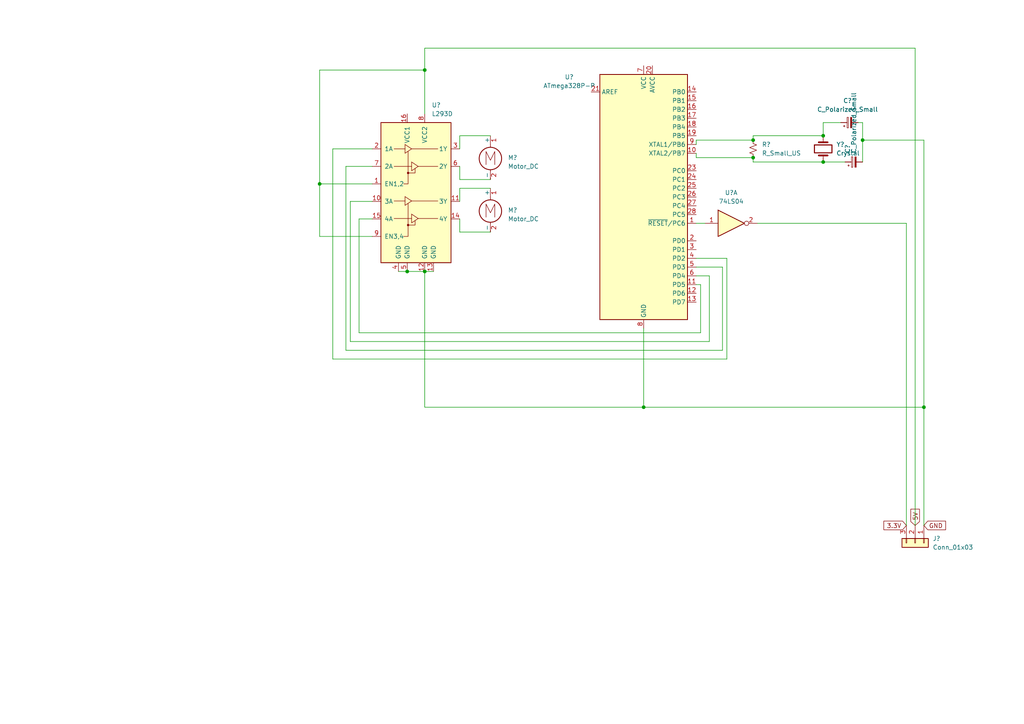
<source format=kicad_sch>
(kicad_sch (version 20211123) (generator eeschema)

  (uuid 1fdca1a9-b4d9-4210-8cf4-8d8d783a83ed)

  (paper "A4")

  (lib_symbols
    (symbol "74xx:74LS04" (in_bom yes) (on_board yes)
      (property "Reference" "U" (id 0) (at 0 1.27 0)
        (effects (font (size 1.27 1.27)))
      )
      (property "Value" "74LS04" (id 1) (at 0 -1.27 0)
        (effects (font (size 1.27 1.27)))
      )
      (property "Footprint" "" (id 2) (at 0 0 0)
        (effects (font (size 1.27 1.27)) hide)
      )
      (property "Datasheet" "http://www.ti.com/lit/gpn/sn74LS04" (id 3) (at 0 0 0)
        (effects (font (size 1.27 1.27)) hide)
      )
      (property "ki_locked" "" (id 4) (at 0 0 0)
        (effects (font (size 1.27 1.27)))
      )
      (property "ki_keywords" "TTL not inv" (id 5) (at 0 0 0)
        (effects (font (size 1.27 1.27)) hide)
      )
      (property "ki_description" "Hex Inverter" (id 6) (at 0 0 0)
        (effects (font (size 1.27 1.27)) hide)
      )
      (property "ki_fp_filters" "DIP*W7.62mm* SSOP?14* TSSOP?14*" (id 7) (at 0 0 0)
        (effects (font (size 1.27 1.27)) hide)
      )
      (symbol "74LS04_1_0"
        (polyline
          (pts
            (xy -3.81 3.81)
            (xy -3.81 -3.81)
            (xy 3.81 0)
            (xy -3.81 3.81)
          )
          (stroke (width 0.254) (type default) (color 0 0 0 0))
          (fill (type background))
        )
        (pin input line (at -7.62 0 0) (length 3.81)
          (name "~" (effects (font (size 1.27 1.27))))
          (number "1" (effects (font (size 1.27 1.27))))
        )
        (pin output inverted (at 7.62 0 180) (length 3.81)
          (name "~" (effects (font (size 1.27 1.27))))
          (number "2" (effects (font (size 1.27 1.27))))
        )
      )
      (symbol "74LS04_2_0"
        (polyline
          (pts
            (xy -3.81 3.81)
            (xy -3.81 -3.81)
            (xy 3.81 0)
            (xy -3.81 3.81)
          )
          (stroke (width 0.254) (type default) (color 0 0 0 0))
          (fill (type background))
        )
        (pin input line (at -7.62 0 0) (length 3.81)
          (name "~" (effects (font (size 1.27 1.27))))
          (number "3" (effects (font (size 1.27 1.27))))
        )
        (pin output inverted (at 7.62 0 180) (length 3.81)
          (name "~" (effects (font (size 1.27 1.27))))
          (number "4" (effects (font (size 1.27 1.27))))
        )
      )
      (symbol "74LS04_3_0"
        (polyline
          (pts
            (xy -3.81 3.81)
            (xy -3.81 -3.81)
            (xy 3.81 0)
            (xy -3.81 3.81)
          )
          (stroke (width 0.254) (type default) (color 0 0 0 0))
          (fill (type background))
        )
        (pin input line (at -7.62 0 0) (length 3.81)
          (name "~" (effects (font (size 1.27 1.27))))
          (number "5" (effects (font (size 1.27 1.27))))
        )
        (pin output inverted (at 7.62 0 180) (length 3.81)
          (name "~" (effects (font (size 1.27 1.27))))
          (number "6" (effects (font (size 1.27 1.27))))
        )
      )
      (symbol "74LS04_4_0"
        (polyline
          (pts
            (xy -3.81 3.81)
            (xy -3.81 -3.81)
            (xy 3.81 0)
            (xy -3.81 3.81)
          )
          (stroke (width 0.254) (type default) (color 0 0 0 0))
          (fill (type background))
        )
        (pin output inverted (at 7.62 0 180) (length 3.81)
          (name "~" (effects (font (size 1.27 1.27))))
          (number "8" (effects (font (size 1.27 1.27))))
        )
        (pin input line (at -7.62 0 0) (length 3.81)
          (name "~" (effects (font (size 1.27 1.27))))
          (number "9" (effects (font (size 1.27 1.27))))
        )
      )
      (symbol "74LS04_5_0"
        (polyline
          (pts
            (xy -3.81 3.81)
            (xy -3.81 -3.81)
            (xy 3.81 0)
            (xy -3.81 3.81)
          )
          (stroke (width 0.254) (type default) (color 0 0 0 0))
          (fill (type background))
        )
        (pin output inverted (at 7.62 0 180) (length 3.81)
          (name "~" (effects (font (size 1.27 1.27))))
          (number "10" (effects (font (size 1.27 1.27))))
        )
        (pin input line (at -7.62 0 0) (length 3.81)
          (name "~" (effects (font (size 1.27 1.27))))
          (number "11" (effects (font (size 1.27 1.27))))
        )
      )
      (symbol "74LS04_6_0"
        (polyline
          (pts
            (xy -3.81 3.81)
            (xy -3.81 -3.81)
            (xy 3.81 0)
            (xy -3.81 3.81)
          )
          (stroke (width 0.254) (type default) (color 0 0 0 0))
          (fill (type background))
        )
        (pin output inverted (at 7.62 0 180) (length 3.81)
          (name "~" (effects (font (size 1.27 1.27))))
          (number "12" (effects (font (size 1.27 1.27))))
        )
        (pin input line (at -7.62 0 0) (length 3.81)
          (name "~" (effects (font (size 1.27 1.27))))
          (number "13" (effects (font (size 1.27 1.27))))
        )
      )
      (symbol "74LS04_7_0"
        (pin power_in line (at 0 12.7 270) (length 5.08)
          (name "VCC" (effects (font (size 1.27 1.27))))
          (number "14" (effects (font (size 1.27 1.27))))
        )
        (pin power_in line (at 0 -12.7 90) (length 5.08)
          (name "GND" (effects (font (size 1.27 1.27))))
          (number "7" (effects (font (size 1.27 1.27))))
        )
      )
      (symbol "74LS04_7_1"
        (rectangle (start -5.08 7.62) (end 5.08 -7.62)
          (stroke (width 0.254) (type default) (color 0 0 0 0))
          (fill (type background))
        )
      )
    )
    (symbol "Connector_Generic:Conn_01x03" (pin_names (offset 1.016) hide) (in_bom yes) (on_board yes)
      (property "Reference" "J" (id 0) (at 0 5.08 0)
        (effects (font (size 1.27 1.27)))
      )
      (property "Value" "Conn_01x03" (id 1) (at 0 -5.08 0)
        (effects (font (size 1.27 1.27)))
      )
      (property "Footprint" "" (id 2) (at 0 0 0)
        (effects (font (size 1.27 1.27)) hide)
      )
      (property "Datasheet" "~" (id 3) (at 0 0 0)
        (effects (font (size 1.27 1.27)) hide)
      )
      (property "ki_keywords" "connector" (id 4) (at 0 0 0)
        (effects (font (size 1.27 1.27)) hide)
      )
      (property "ki_description" "Generic connector, single row, 01x03, script generated (kicad-library-utils/schlib/autogen/connector/)" (id 5) (at 0 0 0)
        (effects (font (size 1.27 1.27)) hide)
      )
      (property "ki_fp_filters" "Connector*:*_1x??_*" (id 6) (at 0 0 0)
        (effects (font (size 1.27 1.27)) hide)
      )
      (symbol "Conn_01x03_1_1"
        (rectangle (start -1.27 -2.413) (end 0 -2.667)
          (stroke (width 0.1524) (type default) (color 0 0 0 0))
          (fill (type none))
        )
        (rectangle (start -1.27 0.127) (end 0 -0.127)
          (stroke (width 0.1524) (type default) (color 0 0 0 0))
          (fill (type none))
        )
        (rectangle (start -1.27 2.667) (end 0 2.413)
          (stroke (width 0.1524) (type default) (color 0 0 0 0))
          (fill (type none))
        )
        (rectangle (start -1.27 3.81) (end 1.27 -3.81)
          (stroke (width 0.254) (type default) (color 0 0 0 0))
          (fill (type background))
        )
        (pin passive line (at -5.08 2.54 0) (length 3.81)
          (name "Pin_1" (effects (font (size 1.27 1.27))))
          (number "1" (effects (font (size 1.27 1.27))))
        )
        (pin passive line (at -5.08 0 0) (length 3.81)
          (name "Pin_2" (effects (font (size 1.27 1.27))))
          (number "2" (effects (font (size 1.27 1.27))))
        )
        (pin passive line (at -5.08 -2.54 0) (length 3.81)
          (name "Pin_3" (effects (font (size 1.27 1.27))))
          (number "3" (effects (font (size 1.27 1.27))))
        )
      )
    )
    (symbol "Device:C_Polarized_Small" (pin_numbers hide) (pin_names (offset 0.254) hide) (in_bom yes) (on_board yes)
      (property "Reference" "C" (id 0) (at 0.254 1.778 0)
        (effects (font (size 1.27 1.27)) (justify left))
      )
      (property "Value" "C_Polarized_Small" (id 1) (at 0.254 -2.032 0)
        (effects (font (size 1.27 1.27)) (justify left))
      )
      (property "Footprint" "" (id 2) (at 0 0 0)
        (effects (font (size 1.27 1.27)) hide)
      )
      (property "Datasheet" "~" (id 3) (at 0 0 0)
        (effects (font (size 1.27 1.27)) hide)
      )
      (property "ki_keywords" "cap capacitor" (id 4) (at 0 0 0)
        (effects (font (size 1.27 1.27)) hide)
      )
      (property "ki_description" "Polarized capacitor, small symbol" (id 5) (at 0 0 0)
        (effects (font (size 1.27 1.27)) hide)
      )
      (property "ki_fp_filters" "CP_*" (id 6) (at 0 0 0)
        (effects (font (size 1.27 1.27)) hide)
      )
      (symbol "C_Polarized_Small_0_1"
        (rectangle (start -1.524 -0.3048) (end 1.524 -0.6858)
          (stroke (width 0) (type default) (color 0 0 0 0))
          (fill (type outline))
        )
        (rectangle (start -1.524 0.6858) (end 1.524 0.3048)
          (stroke (width 0) (type default) (color 0 0 0 0))
          (fill (type none))
        )
        (polyline
          (pts
            (xy -1.27 1.524)
            (xy -0.762 1.524)
          )
          (stroke (width 0) (type default) (color 0 0 0 0))
          (fill (type none))
        )
        (polyline
          (pts
            (xy -1.016 1.27)
            (xy -1.016 1.778)
          )
          (stroke (width 0) (type default) (color 0 0 0 0))
          (fill (type none))
        )
      )
      (symbol "C_Polarized_Small_1_1"
        (pin passive line (at 0 2.54 270) (length 1.8542)
          (name "~" (effects (font (size 1.27 1.27))))
          (number "1" (effects (font (size 1.27 1.27))))
        )
        (pin passive line (at 0 -2.54 90) (length 1.8542)
          (name "~" (effects (font (size 1.27 1.27))))
          (number "2" (effects (font (size 1.27 1.27))))
        )
      )
    )
    (symbol "Device:Crystal" (pin_numbers hide) (pin_names (offset 1.016) hide) (in_bom yes) (on_board yes)
      (property "Reference" "Y" (id 0) (at 0 3.81 0)
        (effects (font (size 1.27 1.27)))
      )
      (property "Value" "Crystal" (id 1) (at 0 -3.81 0)
        (effects (font (size 1.27 1.27)))
      )
      (property "Footprint" "" (id 2) (at 0 0 0)
        (effects (font (size 1.27 1.27)) hide)
      )
      (property "Datasheet" "~" (id 3) (at 0 0 0)
        (effects (font (size 1.27 1.27)) hide)
      )
      (property "ki_keywords" "quartz ceramic resonator oscillator" (id 4) (at 0 0 0)
        (effects (font (size 1.27 1.27)) hide)
      )
      (property "ki_description" "Two pin crystal" (id 5) (at 0 0 0)
        (effects (font (size 1.27 1.27)) hide)
      )
      (property "ki_fp_filters" "Crystal*" (id 6) (at 0 0 0)
        (effects (font (size 1.27 1.27)) hide)
      )
      (symbol "Crystal_0_1"
        (rectangle (start -1.143 2.54) (end 1.143 -2.54)
          (stroke (width 0.3048) (type default) (color 0 0 0 0))
          (fill (type none))
        )
        (polyline
          (pts
            (xy -2.54 0)
            (xy -1.905 0)
          )
          (stroke (width 0) (type default) (color 0 0 0 0))
          (fill (type none))
        )
        (polyline
          (pts
            (xy -1.905 -1.27)
            (xy -1.905 1.27)
          )
          (stroke (width 0.508) (type default) (color 0 0 0 0))
          (fill (type none))
        )
        (polyline
          (pts
            (xy 1.905 -1.27)
            (xy 1.905 1.27)
          )
          (stroke (width 0.508) (type default) (color 0 0 0 0))
          (fill (type none))
        )
        (polyline
          (pts
            (xy 2.54 0)
            (xy 1.905 0)
          )
          (stroke (width 0) (type default) (color 0 0 0 0))
          (fill (type none))
        )
      )
      (symbol "Crystal_1_1"
        (pin passive line (at -3.81 0 0) (length 1.27)
          (name "1" (effects (font (size 1.27 1.27))))
          (number "1" (effects (font (size 1.27 1.27))))
        )
        (pin passive line (at 3.81 0 180) (length 1.27)
          (name "2" (effects (font (size 1.27 1.27))))
          (number "2" (effects (font (size 1.27 1.27))))
        )
      )
    )
    (symbol "Device:R_Small_US" (pin_numbers hide) (pin_names (offset 0.254) hide) (in_bom yes) (on_board yes)
      (property "Reference" "R" (id 0) (at 0.762 0.508 0)
        (effects (font (size 1.27 1.27)) (justify left))
      )
      (property "Value" "R_Small_US" (id 1) (at 0.762 -1.016 0)
        (effects (font (size 1.27 1.27)) (justify left))
      )
      (property "Footprint" "" (id 2) (at 0 0 0)
        (effects (font (size 1.27 1.27)) hide)
      )
      (property "Datasheet" "~" (id 3) (at 0 0 0)
        (effects (font (size 1.27 1.27)) hide)
      )
      (property "ki_keywords" "r resistor" (id 4) (at 0 0 0)
        (effects (font (size 1.27 1.27)) hide)
      )
      (property "ki_description" "Resistor, small US symbol" (id 5) (at 0 0 0)
        (effects (font (size 1.27 1.27)) hide)
      )
      (property "ki_fp_filters" "R_*" (id 6) (at 0 0 0)
        (effects (font (size 1.27 1.27)) hide)
      )
      (symbol "R_Small_US_1_1"
        (polyline
          (pts
            (xy 0 0)
            (xy 1.016 -0.381)
            (xy 0 -0.762)
            (xy -1.016 -1.143)
            (xy 0 -1.524)
          )
          (stroke (width 0) (type default) (color 0 0 0 0))
          (fill (type none))
        )
        (polyline
          (pts
            (xy 0 1.524)
            (xy 1.016 1.143)
            (xy 0 0.762)
            (xy -1.016 0.381)
            (xy 0 0)
          )
          (stroke (width 0) (type default) (color 0 0 0 0))
          (fill (type none))
        )
        (pin passive line (at 0 2.54 270) (length 1.016)
          (name "~" (effects (font (size 1.27 1.27))))
          (number "1" (effects (font (size 1.27 1.27))))
        )
        (pin passive line (at 0 -2.54 90) (length 1.016)
          (name "~" (effects (font (size 1.27 1.27))))
          (number "2" (effects (font (size 1.27 1.27))))
        )
      )
    )
    (symbol "Driver_Motor:L293D" (pin_names (offset 1.016)) (in_bom yes) (on_board yes)
      (property "Reference" "U" (id 0) (at -5.08 26.035 0)
        (effects (font (size 1.27 1.27)) (justify right))
      )
      (property "Value" "L293D" (id 1) (at -5.08 24.13 0)
        (effects (font (size 1.27 1.27)) (justify right))
      )
      (property "Footprint" "Package_DIP:DIP-16_W7.62mm" (id 2) (at 6.35 -19.05 0)
        (effects (font (size 1.27 1.27)) (justify left) hide)
      )
      (property "Datasheet" "http://www.ti.com/lit/ds/symlink/l293.pdf" (id 3) (at -7.62 17.78 0)
        (effects (font (size 1.27 1.27)) hide)
      )
      (property "ki_keywords" "Half-H Driver Motor" (id 4) (at 0 0 0)
        (effects (font (size 1.27 1.27)) hide)
      )
      (property "ki_description" "Quadruple Half-H Drivers" (id 5) (at 0 0 0)
        (effects (font (size 1.27 1.27)) hide)
      )
      (property "ki_fp_filters" "DIP*W7.62mm*" (id 6) (at 0 0 0)
        (effects (font (size 1.27 1.27)) hide)
      )
      (symbol "L293D_0_1"
        (rectangle (start -10.16 22.86) (end 10.16 -17.78)
          (stroke (width 0.254) (type default) (color 0 0 0 0))
          (fill (type background))
        )
        (circle (center -2.286 -6.858) (radius 0.254)
          (stroke (width 0) (type default) (color 0 0 0 0))
          (fill (type outline))
        )
        (circle (center -2.286 8.255) (radius 0.254)
          (stroke (width 0) (type default) (color 0 0 0 0))
          (fill (type outline))
        )
        (polyline
          (pts
            (xy -6.35 -4.953)
            (xy -1.27 -4.953)
          )
          (stroke (width 0) (type default) (color 0 0 0 0))
          (fill (type none))
        )
        (polyline
          (pts
            (xy -6.35 0.127)
            (xy -3.175 0.127)
          )
          (stroke (width 0) (type default) (color 0 0 0 0))
          (fill (type none))
        )
        (polyline
          (pts
            (xy -6.35 10.16)
            (xy -1.27 10.16)
          )
          (stroke (width 0) (type default) (color 0 0 0 0))
          (fill (type none))
        )
        (polyline
          (pts
            (xy -6.35 15.24)
            (xy -3.175 15.24)
          )
          (stroke (width 0) (type default) (color 0 0 0 0))
          (fill (type none))
        )
        (polyline
          (pts
            (xy -1.27 0.127)
            (xy 6.35 0.127)
          )
          (stroke (width 0) (type default) (color 0 0 0 0))
          (fill (type none))
        )
        (polyline
          (pts
            (xy -1.27 15.24)
            (xy 6.35 15.24)
          )
          (stroke (width 0) (type default) (color 0 0 0 0))
          (fill (type none))
        )
        (polyline
          (pts
            (xy 0.635 -4.953)
            (xy 6.35 -4.953)
          )
          (stroke (width 0) (type default) (color 0 0 0 0))
          (fill (type none))
        )
        (polyline
          (pts
            (xy 0.635 10.16)
            (xy 6.35 10.16)
          )
          (stroke (width 0) (type default) (color 0 0 0 0))
          (fill (type none))
        )
        (polyline
          (pts
            (xy -2.286 -6.858)
            (xy -0.254 -6.858)
            (xy -0.254 -5.588)
          )
          (stroke (width 0) (type default) (color 0 0 0 0))
          (fill (type none))
        )
        (polyline
          (pts
            (xy -2.286 -0.635)
            (xy -2.286 -10.16)
            (xy -3.556 -10.16)
          )
          (stroke (width 0) (type default) (color 0 0 0 0))
          (fill (type none))
        )
        (polyline
          (pts
            (xy -2.286 8.255)
            (xy -0.254 8.255)
            (xy -0.254 9.525)
          )
          (stroke (width 0) (type default) (color 0 0 0 0))
          (fill (type none))
        )
        (polyline
          (pts
            (xy -2.286 14.478)
            (xy -2.286 5.08)
            (xy -3.556 5.08)
          )
          (stroke (width 0) (type default) (color 0 0 0 0))
          (fill (type none))
        )
        (polyline
          (pts
            (xy -3.175 1.397)
            (xy -3.175 -1.143)
            (xy -1.27 0.127)
            (xy -3.175 1.397)
          )
          (stroke (width 0) (type default) (color 0 0 0 0))
          (fill (type none))
        )
        (polyline
          (pts
            (xy -3.175 16.51)
            (xy -3.175 13.97)
            (xy -1.27 15.24)
            (xy -3.175 16.51)
          )
          (stroke (width 0) (type default) (color 0 0 0 0))
          (fill (type none))
        )
        (polyline
          (pts
            (xy -1.27 -3.683)
            (xy -1.27 -6.223)
            (xy 0.635 -4.953)
            (xy -1.27 -3.683)
          )
          (stroke (width 0) (type default) (color 0 0 0 0))
          (fill (type none))
        )
        (polyline
          (pts
            (xy -1.27 11.43)
            (xy -1.27 8.89)
            (xy 0.635 10.16)
            (xy -1.27 11.43)
          )
          (stroke (width 0) (type default) (color 0 0 0 0))
          (fill (type none))
        )
      )
      (symbol "L293D_1_1"
        (pin input line (at -12.7 5.08 0) (length 2.54)
          (name "EN1,2" (effects (font (size 1.27 1.27))))
          (number "1" (effects (font (size 1.27 1.27))))
        )
        (pin input line (at -12.7 0 0) (length 2.54)
          (name "3A" (effects (font (size 1.27 1.27))))
          (number "10" (effects (font (size 1.27 1.27))))
        )
        (pin output line (at 12.7 0 180) (length 2.54)
          (name "3Y" (effects (font (size 1.27 1.27))))
          (number "11" (effects (font (size 1.27 1.27))))
        )
        (pin power_in line (at 2.54 -20.32 90) (length 2.54)
          (name "GND" (effects (font (size 1.27 1.27))))
          (number "12" (effects (font (size 1.27 1.27))))
        )
        (pin power_in line (at 5.08 -20.32 90) (length 2.54)
          (name "GND" (effects (font (size 1.27 1.27))))
          (number "13" (effects (font (size 1.27 1.27))))
        )
        (pin output line (at 12.7 -5.08 180) (length 2.54)
          (name "4Y" (effects (font (size 1.27 1.27))))
          (number "14" (effects (font (size 1.27 1.27))))
        )
        (pin input line (at -12.7 -5.08 0) (length 2.54)
          (name "4A" (effects (font (size 1.27 1.27))))
          (number "15" (effects (font (size 1.27 1.27))))
        )
        (pin power_in line (at -2.54 25.4 270) (length 2.54)
          (name "VCC1" (effects (font (size 1.27 1.27))))
          (number "16" (effects (font (size 1.27 1.27))))
        )
        (pin input line (at -12.7 15.24 0) (length 2.54)
          (name "1A" (effects (font (size 1.27 1.27))))
          (number "2" (effects (font (size 1.27 1.27))))
        )
        (pin output line (at 12.7 15.24 180) (length 2.54)
          (name "1Y" (effects (font (size 1.27 1.27))))
          (number "3" (effects (font (size 1.27 1.27))))
        )
        (pin power_in line (at -5.08 -20.32 90) (length 2.54)
          (name "GND" (effects (font (size 1.27 1.27))))
          (number "4" (effects (font (size 1.27 1.27))))
        )
        (pin power_in line (at -2.54 -20.32 90) (length 2.54)
          (name "GND" (effects (font (size 1.27 1.27))))
          (number "5" (effects (font (size 1.27 1.27))))
        )
        (pin output line (at 12.7 10.16 180) (length 2.54)
          (name "2Y" (effects (font (size 1.27 1.27))))
          (number "6" (effects (font (size 1.27 1.27))))
        )
        (pin input line (at -12.7 10.16 0) (length 2.54)
          (name "2A" (effects (font (size 1.27 1.27))))
          (number "7" (effects (font (size 1.27 1.27))))
        )
        (pin power_in line (at 2.54 25.4 270) (length 2.54)
          (name "VCC2" (effects (font (size 1.27 1.27))))
          (number "8" (effects (font (size 1.27 1.27))))
        )
        (pin input line (at -12.7 -10.16 0) (length 2.54)
          (name "EN3,4" (effects (font (size 1.27 1.27))))
          (number "9" (effects (font (size 1.27 1.27))))
        )
      )
    )
    (symbol "MCU_Microchip_ATmega:ATmega328P-P" (in_bom yes) (on_board yes)
      (property "Reference" "U" (id 0) (at -12.7 36.83 0)
        (effects (font (size 1.27 1.27)) (justify left bottom))
      )
      (property "Value" "ATmega328P-P" (id 1) (at 2.54 -36.83 0)
        (effects (font (size 1.27 1.27)) (justify left top))
      )
      (property "Footprint" "Package_DIP:DIP-28_W7.62mm" (id 2) (at 0 0 0)
        (effects (font (size 1.27 1.27) italic) hide)
      )
      (property "Datasheet" "http://ww1.microchip.com/downloads/en/DeviceDoc/ATmega328_P%20AVR%20MCU%20with%20picoPower%20Technology%20Data%20Sheet%2040001984A.pdf" (id 3) (at 0 0 0)
        (effects (font (size 1.27 1.27)) hide)
      )
      (property "ki_keywords" "AVR 8bit Microcontroller MegaAVR PicoPower" (id 4) (at 0 0 0)
        (effects (font (size 1.27 1.27)) hide)
      )
      (property "ki_description" "20MHz, 32kB Flash, 2kB SRAM, 1kB EEPROM, DIP-28" (id 5) (at 0 0 0)
        (effects (font (size 1.27 1.27)) hide)
      )
      (property "ki_fp_filters" "DIP*W7.62mm*" (id 6) (at 0 0 0)
        (effects (font (size 1.27 1.27)) hide)
      )
      (symbol "ATmega328P-P_0_1"
        (rectangle (start -12.7 -35.56) (end 12.7 35.56)
          (stroke (width 0.254) (type default) (color 0 0 0 0))
          (fill (type background))
        )
      )
      (symbol "ATmega328P-P_1_1"
        (pin bidirectional line (at 15.24 -7.62 180) (length 2.54)
          (name "~{RESET}/PC6" (effects (font (size 1.27 1.27))))
          (number "1" (effects (font (size 1.27 1.27))))
        )
        (pin bidirectional line (at 15.24 12.7 180) (length 2.54)
          (name "XTAL2/PB7" (effects (font (size 1.27 1.27))))
          (number "10" (effects (font (size 1.27 1.27))))
        )
        (pin bidirectional line (at 15.24 -25.4 180) (length 2.54)
          (name "PD5" (effects (font (size 1.27 1.27))))
          (number "11" (effects (font (size 1.27 1.27))))
        )
        (pin bidirectional line (at 15.24 -27.94 180) (length 2.54)
          (name "PD6" (effects (font (size 1.27 1.27))))
          (number "12" (effects (font (size 1.27 1.27))))
        )
        (pin bidirectional line (at 15.24 -30.48 180) (length 2.54)
          (name "PD7" (effects (font (size 1.27 1.27))))
          (number "13" (effects (font (size 1.27 1.27))))
        )
        (pin bidirectional line (at 15.24 30.48 180) (length 2.54)
          (name "PB0" (effects (font (size 1.27 1.27))))
          (number "14" (effects (font (size 1.27 1.27))))
        )
        (pin bidirectional line (at 15.24 27.94 180) (length 2.54)
          (name "PB1" (effects (font (size 1.27 1.27))))
          (number "15" (effects (font (size 1.27 1.27))))
        )
        (pin bidirectional line (at 15.24 25.4 180) (length 2.54)
          (name "PB2" (effects (font (size 1.27 1.27))))
          (number "16" (effects (font (size 1.27 1.27))))
        )
        (pin bidirectional line (at 15.24 22.86 180) (length 2.54)
          (name "PB3" (effects (font (size 1.27 1.27))))
          (number "17" (effects (font (size 1.27 1.27))))
        )
        (pin bidirectional line (at 15.24 20.32 180) (length 2.54)
          (name "PB4" (effects (font (size 1.27 1.27))))
          (number "18" (effects (font (size 1.27 1.27))))
        )
        (pin bidirectional line (at 15.24 17.78 180) (length 2.54)
          (name "PB5" (effects (font (size 1.27 1.27))))
          (number "19" (effects (font (size 1.27 1.27))))
        )
        (pin bidirectional line (at 15.24 -12.7 180) (length 2.54)
          (name "PD0" (effects (font (size 1.27 1.27))))
          (number "2" (effects (font (size 1.27 1.27))))
        )
        (pin power_in line (at 2.54 38.1 270) (length 2.54)
          (name "AVCC" (effects (font (size 1.27 1.27))))
          (number "20" (effects (font (size 1.27 1.27))))
        )
        (pin passive line (at -15.24 30.48 0) (length 2.54)
          (name "AREF" (effects (font (size 1.27 1.27))))
          (number "21" (effects (font (size 1.27 1.27))))
        )
        (pin passive line (at 0 -38.1 90) (length 2.54) hide
          (name "GND" (effects (font (size 1.27 1.27))))
          (number "22" (effects (font (size 1.27 1.27))))
        )
        (pin bidirectional line (at 15.24 7.62 180) (length 2.54)
          (name "PC0" (effects (font (size 1.27 1.27))))
          (number "23" (effects (font (size 1.27 1.27))))
        )
        (pin bidirectional line (at 15.24 5.08 180) (length 2.54)
          (name "PC1" (effects (font (size 1.27 1.27))))
          (number "24" (effects (font (size 1.27 1.27))))
        )
        (pin bidirectional line (at 15.24 2.54 180) (length 2.54)
          (name "PC2" (effects (font (size 1.27 1.27))))
          (number "25" (effects (font (size 1.27 1.27))))
        )
        (pin bidirectional line (at 15.24 0 180) (length 2.54)
          (name "PC3" (effects (font (size 1.27 1.27))))
          (number "26" (effects (font (size 1.27 1.27))))
        )
        (pin bidirectional line (at 15.24 -2.54 180) (length 2.54)
          (name "PC4" (effects (font (size 1.27 1.27))))
          (number "27" (effects (font (size 1.27 1.27))))
        )
        (pin bidirectional line (at 15.24 -5.08 180) (length 2.54)
          (name "PC5" (effects (font (size 1.27 1.27))))
          (number "28" (effects (font (size 1.27 1.27))))
        )
        (pin bidirectional line (at 15.24 -15.24 180) (length 2.54)
          (name "PD1" (effects (font (size 1.27 1.27))))
          (number "3" (effects (font (size 1.27 1.27))))
        )
        (pin bidirectional line (at 15.24 -17.78 180) (length 2.54)
          (name "PD2" (effects (font (size 1.27 1.27))))
          (number "4" (effects (font (size 1.27 1.27))))
        )
        (pin bidirectional line (at 15.24 -20.32 180) (length 2.54)
          (name "PD3" (effects (font (size 1.27 1.27))))
          (number "5" (effects (font (size 1.27 1.27))))
        )
        (pin bidirectional line (at 15.24 -22.86 180) (length 2.54)
          (name "PD4" (effects (font (size 1.27 1.27))))
          (number "6" (effects (font (size 1.27 1.27))))
        )
        (pin power_in line (at 0 38.1 270) (length 2.54)
          (name "VCC" (effects (font (size 1.27 1.27))))
          (number "7" (effects (font (size 1.27 1.27))))
        )
        (pin power_in line (at 0 -38.1 90) (length 2.54)
          (name "GND" (effects (font (size 1.27 1.27))))
          (number "8" (effects (font (size 1.27 1.27))))
        )
        (pin bidirectional line (at 15.24 15.24 180) (length 2.54)
          (name "XTAL1/PB6" (effects (font (size 1.27 1.27))))
          (number "9" (effects (font (size 1.27 1.27))))
        )
      )
    )
    (symbol "Motor:Motor_DC" (pin_names (offset 0)) (in_bom yes) (on_board yes)
      (property "Reference" "M" (id 0) (at 2.54 2.54 0)
        (effects (font (size 1.27 1.27)) (justify left))
      )
      (property "Value" "Motor_DC" (id 1) (at 2.54 -5.08 0)
        (effects (font (size 1.27 1.27)) (justify left top))
      )
      (property "Footprint" "" (id 2) (at 0 -2.286 0)
        (effects (font (size 1.27 1.27)) hide)
      )
      (property "Datasheet" "~" (id 3) (at 0 -2.286 0)
        (effects (font (size 1.27 1.27)) hide)
      )
      (property "ki_keywords" "DC Motor" (id 4) (at 0 0 0)
        (effects (font (size 1.27 1.27)) hide)
      )
      (property "ki_description" "DC Motor" (id 5) (at 0 0 0)
        (effects (font (size 1.27 1.27)) hide)
      )
      (property "ki_fp_filters" "PinHeader*P2.54mm* TerminalBlock*" (id 6) (at 0 0 0)
        (effects (font (size 1.27 1.27)) hide)
      )
      (symbol "Motor_DC_0_0"
        (polyline
          (pts
            (xy -1.27 -3.302)
            (xy -1.27 0.508)
            (xy 0 -2.032)
            (xy 1.27 0.508)
            (xy 1.27 -3.302)
          )
          (stroke (width 0) (type default) (color 0 0 0 0))
          (fill (type none))
        )
      )
      (symbol "Motor_DC_0_1"
        (circle (center 0 -1.524) (radius 3.2512)
          (stroke (width 0.254) (type default) (color 0 0 0 0))
          (fill (type none))
        )
        (polyline
          (pts
            (xy 0 -7.62)
            (xy 0 -7.112)
          )
          (stroke (width 0) (type default) (color 0 0 0 0))
          (fill (type none))
        )
        (polyline
          (pts
            (xy 0 -4.7752)
            (xy 0 -5.1816)
          )
          (stroke (width 0) (type default) (color 0 0 0 0))
          (fill (type none))
        )
        (polyline
          (pts
            (xy 0 1.7272)
            (xy 0 2.0828)
          )
          (stroke (width 0) (type default) (color 0 0 0 0))
          (fill (type none))
        )
        (polyline
          (pts
            (xy 0 2.032)
            (xy 0 2.54)
          )
          (stroke (width 0) (type default) (color 0 0 0 0))
          (fill (type none))
        )
      )
      (symbol "Motor_DC_1_1"
        (pin passive line (at 0 5.08 270) (length 2.54)
          (name "+" (effects (font (size 1.27 1.27))))
          (number "1" (effects (font (size 1.27 1.27))))
        )
        (pin passive line (at 0 -7.62 90) (length 2.54)
          (name "-" (effects (font (size 1.27 1.27))))
          (number "2" (effects (font (size 1.27 1.27))))
        )
      )
    )
  )

  (junction (at 238.76 39.37) (diameter 0) (color 0 0 0 0)
    (uuid 35f08649-8287-4ef1-bedc-1b7f7862aaa9)
  )
  (junction (at 218.44 45.72) (diameter 0) (color 0 0 0 0)
    (uuid 441e0ab2-3d76-4260-bdec-619023ac42e4)
  )
  (junction (at 123.19 78.74) (diameter 0) (color 0 0 0 0)
    (uuid 5c5fba12-dd67-48d4-91be-478fb66b9eed)
  )
  (junction (at 218.44 40.64) (diameter 0) (color 0 0 0 0)
    (uuid 5ee4cdd9-98ee-4576-a6b2-1be579a98875)
  )
  (junction (at 250.19 40.64) (diameter 0) (color 0 0 0 0)
    (uuid 7289cda7-4a44-4432-8f5f-b1c80dfef3e5)
  )
  (junction (at 186.69 118.11) (diameter 0) (color 0 0 0 0)
    (uuid 8f61861b-4875-49fb-a971-65663449af53)
  )
  (junction (at 118.11 78.74) (diameter 0) (color 0 0 0 0)
    (uuid 9fff7c92-cf9b-4803-bbd7-9ad7a9eef284)
  )
  (junction (at 267.97 118.11) (diameter 0) (color 0 0 0 0)
    (uuid bb51b548-1aa3-4a16-9f52-b2dac57862e5)
  )
  (junction (at 238.76 46.99) (diameter 0) (color 0 0 0 0)
    (uuid d9e8a140-053a-4f6b-ac2f-690ee0df4049)
  )
  (junction (at 123.19 20.32) (diameter 0) (color 0 0 0 0)
    (uuid e5d39c32-a5bc-4ee6-8604-fbe8e8fa6dfe)
  )
  (junction (at 92.71 53.34) (diameter 0) (color 0 0 0 0)
    (uuid e813ff6c-fe77-4162-8229-160b9efbd80e)
  )

  (wire (pts (xy 209.55 77.47) (xy 201.93 77.47))
    (stroke (width 0) (type default) (color 0 0 0 0))
    (uuid 05a477c7-b5cc-477e-a451-4b3fdda5198b)
  )
  (wire (pts (xy 133.35 67.31) (xy 142.24 67.31))
    (stroke (width 0) (type default) (color 0 0 0 0))
    (uuid 0998ced1-bbd0-4fce-81b2-c8864b82c533)
  )
  (wire (pts (xy 201.93 64.77) (xy 204.47 64.77))
    (stroke (width 0) (type default) (color 0 0 0 0))
    (uuid 0d76cf21-e5b6-4ba7-b9ed-70bb91bac2dc)
  )
  (wire (pts (xy 96.52 43.18) (xy 96.52 104.14))
    (stroke (width 0) (type default) (color 0 0 0 0))
    (uuid 0e8c9f17-cf57-4066-b8a7-1772101d2b33)
  )
  (wire (pts (xy 267.97 40.64) (xy 250.19 40.64))
    (stroke (width 0) (type default) (color 0 0 0 0))
    (uuid 0fc124ba-015f-4499-b83c-ec0a4397dd85)
  )
  (wire (pts (xy 107.95 68.58) (xy 92.71 68.58))
    (stroke (width 0) (type default) (color 0 0 0 0))
    (uuid 10021e12-85ed-41f8-8e0b-224db61bb40e)
  )
  (wire (pts (xy 250.19 35.56) (xy 250.19 40.64))
    (stroke (width 0) (type default) (color 0 0 0 0))
    (uuid 102624ad-7132-458e-b344-0b12bad13860)
  )
  (wire (pts (xy 218.44 39.37) (xy 218.44 40.64))
    (stroke (width 0) (type default) (color 0 0 0 0))
    (uuid 117e7f26-b4e4-4d76-885b-0748d0769f45)
  )
  (wire (pts (xy 205.74 80.01) (xy 201.93 80.01))
    (stroke (width 0) (type default) (color 0 0 0 0))
    (uuid 12b2d0d2-337c-4851-bcab-33a836f89d7d)
  )
  (wire (pts (xy 104.14 96.52) (xy 203.2 96.52))
    (stroke (width 0) (type default) (color 0 0 0 0))
    (uuid 13790471-ab8f-4912-8057-fafd5fd33032)
  )
  (wire (pts (xy 123.19 13.97) (xy 265.43 13.97))
    (stroke (width 0) (type default) (color 0 0 0 0))
    (uuid 13d953b4-abd0-4710-984e-17622c8ebda6)
  )
  (wire (pts (xy 203.2 96.52) (xy 203.2 82.55))
    (stroke (width 0) (type default) (color 0 0 0 0))
    (uuid 15a65ba3-fbd7-4782-9bb6-59bdc50a5a8c)
  )
  (wire (pts (xy 267.97 152.4) (xy 267.97 118.11))
    (stroke (width 0) (type default) (color 0 0 0 0))
    (uuid 1856b349-de26-455a-8c38-e8a90bd81677)
  )
  (wire (pts (xy 250.19 40.64) (xy 250.19 46.99))
    (stroke (width 0) (type default) (color 0 0 0 0))
    (uuid 1a46fea5-1148-4f45-bc26-1df3a47b5710)
  )
  (wire (pts (xy 107.95 48.26) (xy 100.33 48.26))
    (stroke (width 0) (type default) (color 0 0 0 0))
    (uuid 1f7fdc1f-297f-4852-ad88-260e98526235)
  )
  (wire (pts (xy 115.57 78.74) (xy 118.11 78.74))
    (stroke (width 0) (type default) (color 0 0 0 0))
    (uuid 1fe39658-e059-499a-885f-112c8a46f979)
  )
  (wire (pts (xy 201.93 41.91) (xy 201.93 40.64))
    (stroke (width 0) (type default) (color 0 0 0 0))
    (uuid 232d445b-900e-4fa6-a0f8-e532194570d6)
  )
  (wire (pts (xy 201.93 44.45) (xy 201.93 45.72))
    (stroke (width 0) (type default) (color 0 0 0 0))
    (uuid 2ae52d5b-3a27-44b5-b93b-456a6ca486b3)
  )
  (wire (pts (xy 133.35 58.42) (xy 133.35 54.61))
    (stroke (width 0) (type default) (color 0 0 0 0))
    (uuid 2ca11426-dcf2-4d39-8804-cdd1927ede4c)
  )
  (wire (pts (xy 118.11 78.74) (xy 123.19 78.74))
    (stroke (width 0) (type default) (color 0 0 0 0))
    (uuid 2d5a4d14-297d-423b-a91e-d60faf1d40d1)
  )
  (wire (pts (xy 238.76 39.37) (xy 218.44 39.37))
    (stroke (width 0) (type default) (color 0 0 0 0))
    (uuid 2f2dd907-a2e5-4471-b3d0-f2bd45941dad)
  )
  (wire (pts (xy 133.35 52.07) (xy 142.24 52.07))
    (stroke (width 0) (type default) (color 0 0 0 0))
    (uuid 35f5e0f4-c425-4ac8-adee-904120fc932f)
  )
  (wire (pts (xy 92.71 53.34) (xy 92.71 20.32))
    (stroke (width 0) (type default) (color 0 0 0 0))
    (uuid 378a08ce-6e46-41e8-8b04-7c947fee5410)
  )
  (wire (pts (xy 267.97 118.11) (xy 267.97 40.64))
    (stroke (width 0) (type default) (color 0 0 0 0))
    (uuid 479ba616-5133-4c57-a990-af982115bf22)
  )
  (wire (pts (xy 107.95 43.18) (xy 96.52 43.18))
    (stroke (width 0) (type default) (color 0 0 0 0))
    (uuid 5032395c-3841-4ca9-88c5-120ed3003a27)
  )
  (wire (pts (xy 238.76 35.56) (xy 238.76 39.37))
    (stroke (width 0) (type default) (color 0 0 0 0))
    (uuid 51880a77-f722-44ac-9265-0433f171b8b9)
  )
  (wire (pts (xy 219.71 64.77) (xy 262.89 64.77))
    (stroke (width 0) (type default) (color 0 0 0 0))
    (uuid 51a8cdbc-38c2-4d2b-b39d-cf82cd5a5c34)
  )
  (wire (pts (xy 92.71 53.34) (xy 107.95 53.34))
    (stroke (width 0) (type default) (color 0 0 0 0))
    (uuid 5337969e-57b1-437a-b455-4c5bbffc1305)
  )
  (wire (pts (xy 92.71 68.58) (xy 92.71 53.34))
    (stroke (width 0) (type default) (color 0 0 0 0))
    (uuid 57512ff7-1636-4de7-ad44-c0389e097608)
  )
  (wire (pts (xy 104.14 63.5) (xy 104.14 96.52))
    (stroke (width 0) (type default) (color 0 0 0 0))
    (uuid 6b796abb-695f-4869-a0fe-b22bdd3d2668)
  )
  (wire (pts (xy 238.76 46.99) (xy 245.11 46.99))
    (stroke (width 0) (type default) (color 0 0 0 0))
    (uuid 780aa1ff-3b7f-4541-8fe4-6240d881bc26)
  )
  (wire (pts (xy 201.93 40.64) (xy 218.44 40.64))
    (stroke (width 0) (type default) (color 0 0 0 0))
    (uuid 79bbbc33-ea94-417a-8b8d-fc7eb479454c)
  )
  (wire (pts (xy 218.44 46.99) (xy 238.76 46.99))
    (stroke (width 0) (type default) (color 0 0 0 0))
    (uuid 7cf2be8c-fc9d-4f3e-ac0a-9b38d70f7d74)
  )
  (wire (pts (xy 123.19 20.32) (xy 123.19 13.97))
    (stroke (width 0) (type default) (color 0 0 0 0))
    (uuid 7dabc374-1384-4b74-a387-537ea6b48934)
  )
  (wire (pts (xy 133.35 39.37) (xy 142.24 39.37))
    (stroke (width 0) (type default) (color 0 0 0 0))
    (uuid 8899334a-24f2-482f-9742-df53d5c82d40)
  )
  (wire (pts (xy 186.69 118.11) (xy 267.97 118.11))
    (stroke (width 0) (type default) (color 0 0 0 0))
    (uuid 88e2509c-73df-4b8c-88e0-20683e4feed7)
  )
  (wire (pts (xy 186.69 95.25) (xy 186.69 118.11))
    (stroke (width 0) (type default) (color 0 0 0 0))
    (uuid 8e1541a3-2b8f-41f0-9773-5a53eee28fdf)
  )
  (wire (pts (xy 100.33 101.6) (xy 209.55 101.6))
    (stroke (width 0) (type default) (color 0 0 0 0))
    (uuid 9408551b-bc1d-49c0-a6a7-a7bd0ae3e9db)
  )
  (wire (pts (xy 133.35 48.26) (xy 133.35 52.07))
    (stroke (width 0) (type default) (color 0 0 0 0))
    (uuid 945c7144-9671-4363-bb44-0d1ccfe49fbe)
  )
  (wire (pts (xy 133.35 54.61) (xy 142.24 54.61))
    (stroke (width 0) (type default) (color 0 0 0 0))
    (uuid 9fc9b77d-ba1a-4e0b-a862-68741a4e174b)
  )
  (wire (pts (xy 107.95 63.5) (xy 104.14 63.5))
    (stroke (width 0) (type default) (color 0 0 0 0))
    (uuid a7379e01-5540-467d-b1d2-8422c54337d2)
  )
  (wire (pts (xy 123.19 78.74) (xy 125.73 78.74))
    (stroke (width 0) (type default) (color 0 0 0 0))
    (uuid ab7bf713-1147-4a3b-9de1-12eddc6ceccc)
  )
  (wire (pts (xy 92.71 20.32) (xy 123.19 20.32))
    (stroke (width 0) (type default) (color 0 0 0 0))
    (uuid ad98b226-e540-4bac-a4cc-5179acbebaaa)
  )
  (wire (pts (xy 262.89 152.4) (xy 262.89 64.77))
    (stroke (width 0) (type default) (color 0 0 0 0))
    (uuid ae514184-eb50-4f44-abbf-638f7bf98e59)
  )
  (wire (pts (xy 100.33 48.26) (xy 100.33 101.6))
    (stroke (width 0) (type default) (color 0 0 0 0))
    (uuid b3ea5ad2-9855-4ffc-af99-4e096af45ea8)
  )
  (wire (pts (xy 101.6 58.42) (xy 101.6 99.06))
    (stroke (width 0) (type default) (color 0 0 0 0))
    (uuid ba096570-872d-416d-80b8-ae370991b071)
  )
  (wire (pts (xy 209.55 101.6) (xy 209.55 77.47))
    (stroke (width 0) (type default) (color 0 0 0 0))
    (uuid bd345de6-2975-4588-8577-ae49c7dfeb97)
  )
  (wire (pts (xy 123.19 118.11) (xy 186.69 118.11))
    (stroke (width 0) (type default) (color 0 0 0 0))
    (uuid bf561a55-ba05-49f1-bcb3-0aeb95b89dd1)
  )
  (wire (pts (xy 133.35 43.18) (xy 133.35 39.37))
    (stroke (width 0) (type default) (color 0 0 0 0))
    (uuid c69667c2-6e34-4e30-82a1-32e3bcd5da99)
  )
  (wire (pts (xy 123.19 33.02) (xy 123.19 20.32))
    (stroke (width 0) (type default) (color 0 0 0 0))
    (uuid c8abef98-34c3-4028-95b5-0469bb951c06)
  )
  (wire (pts (xy 218.44 45.72) (xy 218.44 46.99))
    (stroke (width 0) (type default) (color 0 0 0 0))
    (uuid ceabac5a-fe21-4638-8520-81773109b863)
  )
  (wire (pts (xy 243.84 35.56) (xy 238.76 35.56))
    (stroke (width 0) (type default) (color 0 0 0 0))
    (uuid d68183f7-04b1-4802-89af-9f1e69fdb1d4)
  )
  (wire (pts (xy 101.6 99.06) (xy 205.74 99.06))
    (stroke (width 0) (type default) (color 0 0 0 0))
    (uuid dc12e710-f337-4ab3-90e5-05c488fe1850)
  )
  (wire (pts (xy 265.43 13.97) (xy 265.43 152.4))
    (stroke (width 0) (type default) (color 0 0 0 0))
    (uuid dd6e4668-4c92-4c14-b85c-ca8176d7a8c8)
  )
  (wire (pts (xy 201.93 45.72) (xy 218.44 45.72))
    (stroke (width 0) (type default) (color 0 0 0 0))
    (uuid e6136c15-daf5-48fd-ac4e-2e211e4cfccc)
  )
  (wire (pts (xy 210.82 74.93) (xy 201.93 74.93))
    (stroke (width 0) (type default) (color 0 0 0 0))
    (uuid e7043be2-018f-4e1f-9263-78d32b9d4bac)
  )
  (wire (pts (xy 210.82 104.14) (xy 210.82 74.93))
    (stroke (width 0) (type default) (color 0 0 0 0))
    (uuid e857ede2-1e19-4b6a-b85d-ea31f4c05b60)
  )
  (wire (pts (xy 248.92 35.56) (xy 250.19 35.56))
    (stroke (width 0) (type default) (color 0 0 0 0))
    (uuid e9e8169e-4c27-4995-9e12-892b37358fcd)
  )
  (wire (pts (xy 205.74 99.06) (xy 205.74 80.01))
    (stroke (width 0) (type default) (color 0 0 0 0))
    (uuid eaeeca8c-5103-4e4c-a25f-e608750d75c3)
  )
  (wire (pts (xy 133.35 63.5) (xy 133.35 67.31))
    (stroke (width 0) (type default) (color 0 0 0 0))
    (uuid eba64406-0149-4fab-bbb0-aced446c75ae)
  )
  (wire (pts (xy 123.19 78.74) (xy 123.19 118.11))
    (stroke (width 0) (type default) (color 0 0 0 0))
    (uuid f3d34a1c-236e-4a47-a36c-38b29812b06b)
  )
  (wire (pts (xy 107.95 58.42) (xy 101.6 58.42))
    (stroke (width 0) (type default) (color 0 0 0 0))
    (uuid fba430f3-727b-4e13-a03e-b04e9d79c94a)
  )
  (wire (pts (xy 96.52 104.14) (xy 210.82 104.14))
    (stroke (width 0) (type default) (color 0 0 0 0))
    (uuid ffbd9d5a-f70b-4943-93b2-dd0ba0f22796)
  )
  (wire (pts (xy 203.2 82.55) (xy 201.93 82.55))
    (stroke (width 0) (type default) (color 0 0 0 0))
    (uuid ffcce96b-80d8-452d-a0b5-5142553dffca)
  )

  (global_label "GND" (shape input) (at 267.97 152.4 0) (fields_autoplaced)
    (effects (font (size 1.27 1.27)) (justify left))
    (uuid 075effef-ae59-4314-87b3-c43e60317353)
    (property "Intersheet References" "${INTERSHEET_REFS}" (id 0) (at 274.2536 152.3206 0)
      (effects (font (size 1.27 1.27)) (justify left) hide)
    )
  )
  (global_label "3.3V" (shape input) (at 262.89 152.4 180) (fields_autoplaced)
    (effects (font (size 1.27 1.27)) (justify right))
    (uuid 3e5162ec-5fbd-44a8-a1c2-e9f98d84be0e)
    (property "Intersheet References" "${INTERSHEET_REFS}" (id 0) (at 256.3645 152.3206 0)
      (effects (font (size 1.27 1.27)) (justify right) hide)
    )
  )
  (global_label "5V" (shape input) (at 265.43 152.4 90) (fields_autoplaced)
    (effects (font (size 1.27 1.27)) (justify left))
    (uuid 809f7b97-52ce-4cc2-aa03-56685087f724)
    (property "Intersheet References" "${INTERSHEET_REFS}" (id 0) (at 265.3506 147.6888 90)
      (effects (font (size 1.27 1.27)) (justify left) hide)
    )
  )

  (symbol (lib_id "MCU_Microchip_ATmega:ATmega328P-P") (at 186.69 57.15 0) (unit 1)
    (in_bom yes) (on_board yes) (fields_autoplaced)
    (uuid 05d5b862-a285-495d-ba4e-d72efc2135cc)
    (property "Reference" "U?" (id 0) (at 165.1 22.3393 0))
    (property "Value" "ATmega328P-P" (id 1) (at 165.1 24.8793 0))
    (property "Footprint" "Package_DIP:DIP-28_W7.62mm" (id 2) (at 186.69 57.15 0)
      (effects (font (size 1.27 1.27) italic) hide)
    )
    (property "Datasheet" "http://ww1.microchip.com/downloads/en/DeviceDoc/ATmega328_P%20AVR%20MCU%20with%20picoPower%20Technology%20Data%20Sheet%2040001984A.pdf" (id 3) (at 186.69 57.15 0)
      (effects (font (size 1.27 1.27)) hide)
    )
    (pin "1" (uuid b8215d36-de98-40d8-9402-b344a23154d1))
    (pin "10" (uuid 9cd9529e-26cf-4626-b7e0-8b7abc8b5949))
    (pin "11" (uuid 29e5907a-bf18-4ce8-899c-4c921d0d5b9a))
    (pin "12" (uuid 0deca283-bed7-4b75-9874-a38f5775dcc7))
    (pin "13" (uuid 2c3761a9-749f-48e4-860d-ded9d950b7b9))
    (pin "14" (uuid 50dfc605-95ae-4779-ab9b-d335e29da9b6))
    (pin "15" (uuid ede71b3c-a123-478b-9ec0-7b7b2ea814b2))
    (pin "16" (uuid 4f7e7f95-c212-49bb-88b1-07e308fcecbf))
    (pin "17" (uuid 9225195f-ee70-4d02-8557-fc56aeeb519a))
    (pin "18" (uuid 71da4622-ffcf-4087-8b2e-b4b5479d3fb2))
    (pin "19" (uuid b756008e-128b-4ef6-a331-1bd8589f9c6c))
    (pin "2" (uuid 2b32f852-0e8d-4421-a13c-d84ba2d604ea))
    (pin "20" (uuid e7e52ca7-b364-4256-aa07-1fdcb860f954))
    (pin "21" (uuid d20773c3-b3c6-4a2b-b4bb-6df0973df1c5))
    (pin "22" (uuid d233e1ed-13ea-4464-bcad-30b92203b38e))
    (pin "23" (uuid 38a122b4-e12f-41f3-8b4c-e6b89d9eddf4))
    (pin "24" (uuid 694a1d73-c647-4cfc-a674-cf7be54608b6))
    (pin "25" (uuid d8b06e65-fdb3-4a58-825f-a6910c7531b5))
    (pin "26" (uuid a16a2b37-446c-4141-9d67-a2b9d118b362))
    (pin "27" (uuid b1337391-2a68-42bc-836f-dce14fad3e00))
    (pin "28" (uuid c60fb42a-e4a9-4d20-8254-3be9cfcb8487))
    (pin "3" (uuid 809a51df-00d8-46fd-be6b-d1e796cf64de))
    (pin "4" (uuid d26cf063-fab3-42b2-90b3-4da29cccf602))
    (pin "5" (uuid f0f0b937-2111-40a6-886e-8a2432579670))
    (pin "6" (uuid 86717574-bb13-463d-9b25-a40f11e754e5))
    (pin "7" (uuid ef5ae3ec-3a5a-4ef9-9f8b-170715564d5b))
    (pin "8" (uuid acc9addf-21b0-463a-8f97-b92c6d8fb55f))
    (pin "9" (uuid 5a072b46-b3c1-4741-9096-6896843a76f0))
  )

  (symbol (lib_id "Device:R_Small_US") (at 218.44 43.18 0) (unit 1)
    (in_bom yes) (on_board yes) (fields_autoplaced)
    (uuid 27cdc524-d39a-4c3e-b80c-77dd9912bd17)
    (property "Reference" "R?" (id 0) (at 220.98 41.9099 0)
      (effects (font (size 1.27 1.27)) (justify left))
    )
    (property "Value" "R_Small_US" (id 1) (at 220.98 44.4499 0)
      (effects (font (size 1.27 1.27)) (justify left))
    )
    (property "Footprint" "" (id 2) (at 218.44 43.18 0)
      (effects (font (size 1.27 1.27)) hide)
    )
    (property "Datasheet" "~" (id 3) (at 218.44 43.18 0)
      (effects (font (size 1.27 1.27)) hide)
    )
    (pin "1" (uuid 05f80387-3920-4b9c-9027-11cef857469d))
    (pin "2" (uuid 7a3e580c-2a63-430f-8433-f394a4f7d70b))
  )

  (symbol (lib_id "Connector_Generic:Conn_01x03") (at 265.43 157.48 270) (unit 1)
    (in_bom yes) (on_board yes) (fields_autoplaced)
    (uuid 4f3cdb3b-3fcc-4a15-a8ce-5097da09bd04)
    (property "Reference" "J?" (id 0) (at 270.51 156.2099 90)
      (effects (font (size 1.27 1.27)) (justify left))
    )
    (property "Value" "Conn_01x03" (id 1) (at 270.51 158.7499 90)
      (effects (font (size 1.27 1.27)) (justify left))
    )
    (property "Footprint" "" (id 2) (at 265.43 157.48 0)
      (effects (font (size 1.27 1.27)) hide)
    )
    (property "Datasheet" "~" (id 3) (at 265.43 157.48 0)
      (effects (font (size 1.27 1.27)) hide)
    )
    (pin "1" (uuid 51b50419-5c17-48e2-b0a7-813581ae565a))
    (pin "2" (uuid 81e4b2a4-f7ed-474b-a8ce-23c356e66ffc))
    (pin "3" (uuid 960f53e5-dfb3-44e0-a4ac-9d5a77ee8e39))
  )

  (symbol (lib_id "Motor:Motor_DC") (at 142.24 59.69 0) (unit 1)
    (in_bom yes) (on_board yes) (fields_autoplaced)
    (uuid 603a205d-325b-4640-a7b5-a1582e32f615)
    (property "Reference" "M?" (id 0) (at 147.32 60.9599 0)
      (effects (font (size 1.27 1.27)) (justify left))
    )
    (property "Value" "Motor_DC" (id 1) (at 147.32 63.4999 0)
      (effects (font (size 1.27 1.27)) (justify left))
    )
    (property "Footprint" "" (id 2) (at 142.24 61.976 0)
      (effects (font (size 1.27 1.27)) hide)
    )
    (property "Datasheet" "~" (id 3) (at 142.24 61.976 0)
      (effects (font (size 1.27 1.27)) hide)
    )
    (pin "1" (uuid 0a8b7017-3181-4ba8-af38-44ecf20918af))
    (pin "2" (uuid d84c5cba-c009-4b7a-91be-3c7a4fee88fc))
  )

  (symbol (lib_id "Device:C_Polarized_Small") (at 247.65 46.99 90) (unit 1)
    (in_bom yes) (on_board yes)
    (uuid 74cbb3ce-9223-487d-b292-11efa03eb360)
    (property "Reference" "C?" (id 0) (at 245.8338 44.45 0)
      (effects (font (size 1.27 1.27)) (justify left))
    )
    (property "Value" "C_Polarized_Small" (id 1) (at 247.65 44.45 0)
      (effects (font (size 1.27 1.27)) (justify left))
    )
    (property "Footprint" "" (id 2) (at 247.65 46.99 0)
      (effects (font (size 1.27 1.27)) hide)
    )
    (property "Datasheet" "~" (id 3) (at 247.65 46.99 0)
      (effects (font (size 1.27 1.27)) hide)
    )
    (pin "1" (uuid ea16799b-6286-4c7f-9e46-7faa8cd98656))
    (pin "2" (uuid e1895d46-6db1-4d14-9830-67398422c2c5))
  )

  (symbol (lib_id "Device:Crystal") (at 238.76 43.18 90) (unit 1)
    (in_bom yes) (on_board yes) (fields_autoplaced)
    (uuid 7ca3a8be-3af8-436c-b2a2-5f934806e173)
    (property "Reference" "Y?" (id 0) (at 242.57 41.9099 90)
      (effects (font (size 1.27 1.27)) (justify right))
    )
    (property "Value" "Crystal" (id 1) (at 242.57 44.4499 90)
      (effects (font (size 1.27 1.27)) (justify right))
    )
    (property "Footprint" "" (id 2) (at 238.76 43.18 0)
      (effects (font (size 1.27 1.27)) hide)
    )
    (property "Datasheet" "~" (id 3) (at 238.76 43.18 0)
      (effects (font (size 1.27 1.27)) hide)
    )
    (pin "1" (uuid 7ad09a2e-6a78-4034-a13d-66c8a36e3e3c))
    (pin "2" (uuid f942c7a8-4546-41c1-abcc-d9b5260a4325))
  )

  (symbol (lib_id "74xx:74LS04") (at 212.09 64.77 0) (unit 1)
    (in_bom yes) (on_board yes) (fields_autoplaced)
    (uuid 9ebd98b4-09b7-419b-be4a-b73ccd92f617)
    (property "Reference" "U?" (id 0) (at 212.09 55.88 0))
    (property "Value" "74LS04" (id 1) (at 212.09 58.42 0))
    (property "Footprint" "" (id 2) (at 212.09 64.77 0)
      (effects (font (size 1.27 1.27)) hide)
    )
    (property "Datasheet" "http://www.ti.com/lit/gpn/sn74LS04" (id 3) (at 212.09 64.77 0)
      (effects (font (size 1.27 1.27)) hide)
    )
    (pin "1" (uuid 49efd188-6313-4d58-bb52-f698b2993aed))
    (pin "2" (uuid 54a20815-a7fb-4bc9-9fa8-606c357196ee))
    (pin "3" (uuid bddaf4e4-b815-47bf-bb20-1f4c4e674b90))
    (pin "4" (uuid 621a551d-5dc8-4326-8d26-70f92aac3f09))
    (pin "5" (uuid 71e11410-c9b1-4360-acc7-1b6bdf891ab7))
    (pin "6" (uuid 32ede473-3d60-485c-a358-acbc39445d54))
    (pin "8" (uuid 579b0505-ebb9-49b8-87ad-a38c9c674bfb))
    (pin "9" (uuid c6865f61-396f-4f0a-8f22-bdb41403bc55))
    (pin "10" (uuid 941d563e-2814-46b9-8011-894fb7e2b55f))
    (pin "11" (uuid 1d114713-0102-4410-b264-9e4b8fae94bc))
    (pin "12" (uuid 48707f96-e833-4048-ba24-7c5afffa5af9))
    (pin "13" (uuid d35b7cd9-df64-4c19-8f4c-9a7dbb05e83a))
    (pin "14" (uuid d2eb157a-880e-411e-bb56-39de59a861fd))
    (pin "7" (uuid 8675638f-40fe-4fd4-b181-c7b19aec2706))
  )

  (symbol (lib_id "Driver_Motor:L293D") (at 120.65 58.42 0) (unit 1)
    (in_bom yes) (on_board yes) (fields_autoplaced)
    (uuid b1b0159d-4ac2-44ab-a325-91ba1bc58879)
    (property "Reference" "U?" (id 0) (at 125.2094 30.48 0)
      (effects (font (size 1.27 1.27)) (justify left))
    )
    (property "Value" "L293D" (id 1) (at 125.2094 33.02 0)
      (effects (font (size 1.27 1.27)) (justify left))
    )
    (property "Footprint" "Package_DIP:DIP-16_W7.62mm" (id 2) (at 127 77.47 0)
      (effects (font (size 1.27 1.27)) (justify left) hide)
    )
    (property "Datasheet" "http://www.ti.com/lit/ds/symlink/l293.pdf" (id 3) (at 113.03 40.64 0)
      (effects (font (size 1.27 1.27)) hide)
    )
    (pin "1" (uuid 393992ba-0146-42b8-859f-68cb8451e4bf))
    (pin "10" (uuid c09e0dcd-9eeb-4e67-b2f7-ceca990a85a7))
    (pin "11" (uuid 9a166f33-e041-45cf-a1d8-7382425b7bbf))
    (pin "12" (uuid b6dc4878-8826-4124-bf8b-38d016f9fc1a))
    (pin "13" (uuid 1e890366-7fbe-4f94-a86e-dcecd2e0a70a))
    (pin "14" (uuid 6515f06b-f58c-4478-91fb-163296f1c781))
    (pin "15" (uuid f6c14123-87f4-4f7a-9fe1-4159afd280fa))
    (pin "16" (uuid cd0cf154-f536-4685-87fd-40d19d79256f))
    (pin "2" (uuid 35496184-56c3-4c3d-90b6-97d078b6bf81))
    (pin "3" (uuid 894a58bd-abd8-460b-9788-3aeea965cd94))
    (pin "4" (uuid 616c060f-0789-41b6-aea5-38b1452e3b17))
    (pin "5" (uuid 2466f9ba-4b47-4421-bbb1-8c4a8c34385f))
    (pin "6" (uuid d2c5caa8-1901-46ae-a487-dbc07bbf5bcf))
    (pin "7" (uuid f7a8407c-b2fc-4233-8f9b-32014b3d60b5))
    (pin "8" (uuid 87a860bd-6642-4e1a-95f3-7903507165d5))
    (pin "9" (uuid bd73a3ae-bc11-4139-bcf9-26e73602e02f))
  )

  (symbol (lib_id "Device:C_Polarized_Small") (at 246.38 35.56 90) (unit 1)
    (in_bom yes) (on_board yes) (fields_autoplaced)
    (uuid e2f9aa1b-57e4-4d8a-a177-e9132fc3e005)
    (property "Reference" "C?" (id 0) (at 245.8339 29.21 90))
    (property "Value" "C_Polarized_Small" (id 1) (at 245.8339 31.75 90))
    (property "Footprint" "" (id 2) (at 246.38 35.56 0)
      (effects (font (size 1.27 1.27)) hide)
    )
    (property "Datasheet" "~" (id 3) (at 246.38 35.56 0)
      (effects (font (size 1.27 1.27)) hide)
    )
    (pin "1" (uuid c101e82e-05a4-4f21-8e17-7b8aab001251))
    (pin "2" (uuid d6d4cb49-5943-493a-b992-f63b65478654))
  )

  (symbol (lib_id "Motor:Motor_DC") (at 142.24 44.45 0) (unit 1)
    (in_bom yes) (on_board yes) (fields_autoplaced)
    (uuid fadb461b-c86a-4230-85eb-fd13d5086125)
    (property "Reference" "M?" (id 0) (at 147.32 45.7199 0)
      (effects (font (size 1.27 1.27)) (justify left))
    )
    (property "Value" "Motor_DC" (id 1) (at 147.32 48.2599 0)
      (effects (font (size 1.27 1.27)) (justify left))
    )
    (property "Footprint" "" (id 2) (at 142.24 46.736 0)
      (effects (font (size 1.27 1.27)) hide)
    )
    (property "Datasheet" "~" (id 3) (at 142.24 46.736 0)
      (effects (font (size 1.27 1.27)) hide)
    )
    (pin "1" (uuid 3696c963-25c2-4212-891b-4be4775305ea))
    (pin "2" (uuid 794bbb2a-18bc-4b65-b32c-b1d6819e2532))
  )

  (sheet_instances
    (path "/" (page "1"))
  )

  (symbol_instances
    (path "/74cbb3ce-9223-487d-b292-11efa03eb360"
      (reference "C?") (unit 1) (value "C_Polarized_Small") (footprint "")
    )
    (path "/e2f9aa1b-57e4-4d8a-a177-e9132fc3e005"
      (reference "C?") (unit 1) (value "C_Polarized_Small") (footprint "")
    )
    (path "/4f3cdb3b-3fcc-4a15-a8ce-5097da09bd04"
      (reference "J?") (unit 1) (value "Conn_01x03") (footprint "")
    )
    (path "/603a205d-325b-4640-a7b5-a1582e32f615"
      (reference "M?") (unit 1) (value "Motor_DC") (footprint "")
    )
    (path "/fadb461b-c86a-4230-85eb-fd13d5086125"
      (reference "M?") (unit 1) (value "Motor_DC") (footprint "")
    )
    (path "/27cdc524-d39a-4c3e-b80c-77dd9912bd17"
      (reference "R?") (unit 1) (value "R_Small_US") (footprint "")
    )
    (path "/05d5b862-a285-495d-ba4e-d72efc2135cc"
      (reference "U?") (unit 1) (value "ATmega328P-P") (footprint "Package_DIP:DIP-28_W7.62mm")
    )
    (path "/9ebd98b4-09b7-419b-be4a-b73ccd92f617"
      (reference "U?") (unit 1) (value "74LS04") (footprint "")
    )
    (path "/b1b0159d-4ac2-44ab-a325-91ba1bc58879"
      (reference "U?") (unit 1) (value "L293D") (footprint "Package_DIP:DIP-16_W7.62mm")
    )
    (path "/7ca3a8be-3af8-436c-b2a2-5f934806e173"
      (reference "Y?") (unit 1) (value "Crystal") (footprint "")
    )
  )
)

</source>
